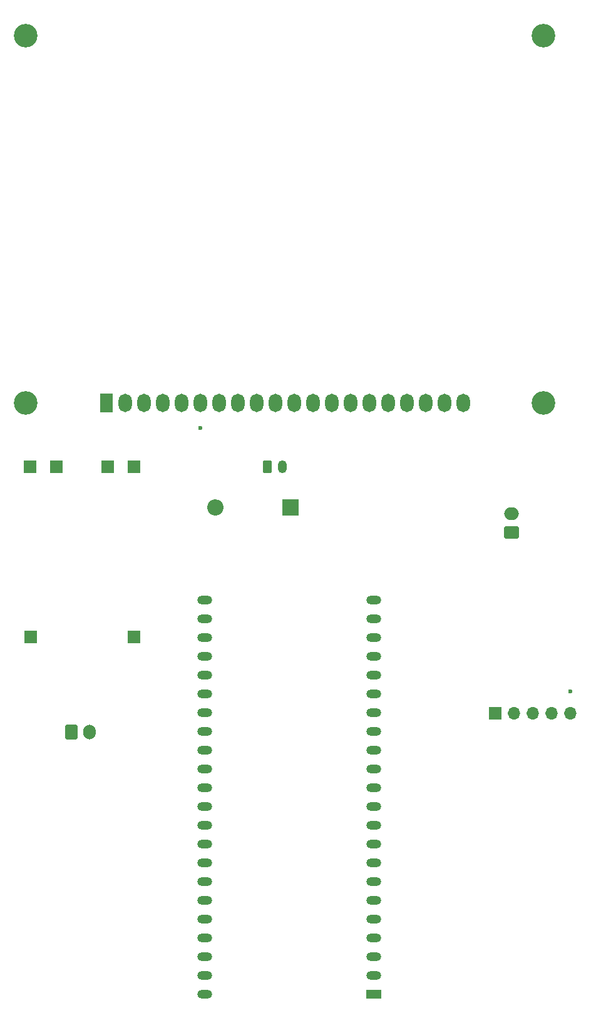
<source format=gts>
G04 #@! TF.GenerationSoftware,KiCad,Pcbnew,8.0.8*
G04 #@! TF.CreationDate,2025-02-11T14:36:37+01:00*
G04 #@! TF.ProjectId,dmp,646d702e-6b69-4636-9164-5f7063625858,rev?*
G04 #@! TF.SameCoordinates,Original*
G04 #@! TF.FileFunction,Soldermask,Top*
G04 #@! TF.FilePolarity,Negative*
%FSLAX46Y46*%
G04 Gerber Fmt 4.6, Leading zero omitted, Abs format (unit mm)*
G04 Created by KiCad (PCBNEW 8.0.8) date 2025-02-11 14:36:37*
%MOMM*%
%LPD*%
G01*
G04 APERTURE LIST*
G04 Aperture macros list*
%AMRoundRect*
0 Rectangle with rounded corners*
0 $1 Rounding radius*
0 $2 $3 $4 $5 $6 $7 $8 $9 X,Y pos of 4 corners*
0 Add a 4 corners polygon primitive as box body*
4,1,4,$2,$3,$4,$5,$6,$7,$8,$9,$2,$3,0*
0 Add four circle primitives for the rounded corners*
1,1,$1+$1,$2,$3*
1,1,$1+$1,$4,$5*
1,1,$1+$1,$6,$7*
1,1,$1+$1,$8,$9*
0 Add four rect primitives between the rounded corners*
20,1,$1+$1,$2,$3,$4,$5,0*
20,1,$1+$1,$4,$5,$6,$7,0*
20,1,$1+$1,$6,$7,$8,$9,0*
20,1,$1+$1,$8,$9,$2,$3,0*%
G04 Aperture macros list end*
%ADD10R,1.700000X1.700000*%
%ADD11O,1.700000X1.700000*%
%ADD12RoundRect,0.250000X-0.600000X-0.750000X0.600000X-0.750000X0.600000X0.750000X-0.600000X0.750000X0*%
%ADD13O,1.700000X2.000000*%
%ADD14R,2.000000X1.200000*%
%ADD15O,2.000000X1.200000*%
%ADD16C,3.200000*%
%ADD17R,1.800000X2.500000*%
%ADD18O,1.800000X2.500000*%
%ADD19RoundRect,0.250000X0.750000X-0.600000X0.750000X0.600000X-0.750000X0.600000X-0.750000X-0.600000X0*%
%ADD20O,2.000000X1.700000*%
%ADD21R,2.200000X2.200000*%
%ADD22O,2.200000X2.200000*%
%ADD23RoundRect,0.250000X-0.350000X-0.625000X0.350000X-0.625000X0.350000X0.625000X-0.350000X0.625000X0*%
%ADD24O,1.200000X1.750000*%
%ADD25C,0.600000*%
G04 APERTURE END LIST*
D10*
X155340000Y-114860000D03*
D11*
X157880000Y-114860000D03*
X160420000Y-114860000D03*
X162960000Y-114860000D03*
X165500000Y-114860000D03*
D12*
X97980000Y-117360000D03*
D13*
X100480000Y-117360000D03*
D14*
X138860000Y-152840000D03*
D15*
X138860000Y-150300000D03*
X138860000Y-147760000D03*
X138860000Y-145220000D03*
X138860000Y-142680000D03*
X138860000Y-140140000D03*
X138860000Y-137600000D03*
X138860000Y-135060000D03*
X138860000Y-132520000D03*
X138860000Y-129980000D03*
X138860000Y-127440000D03*
X138860000Y-124900000D03*
X138860000Y-122360000D03*
X138860000Y-119820000D03*
X138860000Y-117280000D03*
X138860000Y-114740000D03*
X138860000Y-112200000D03*
X138860000Y-109660000D03*
X138860000Y-107120000D03*
X138863680Y-104582720D03*
X138863680Y-102042720D03*
X138863680Y-99502720D03*
X116000000Y-99500000D03*
X116000000Y-102040000D03*
X116000000Y-104580000D03*
X116000000Y-107120000D03*
X116000000Y-109660000D03*
X116000000Y-112200000D03*
X116000000Y-114740000D03*
X116000000Y-117280000D03*
X116000000Y-119820000D03*
X116000000Y-122360000D03*
X116000000Y-124900000D03*
X116000000Y-127440000D03*
X116000000Y-129980000D03*
X116000000Y-132520000D03*
X116000000Y-135060000D03*
X116000000Y-137600000D03*
X116000000Y-140140000D03*
X116000000Y-142680000D03*
X116000000Y-145220000D03*
X116000000Y-147760000D03*
X116000000Y-150300000D03*
X116000000Y-152840000D03*
D16*
X91850000Y-72860000D03*
X161850000Y-72860000D03*
X91850000Y-23160000D03*
X161850000Y-23160000D03*
D17*
X102720000Y-72860000D03*
D18*
X105260000Y-72860000D03*
X107800000Y-72860000D03*
X110340000Y-72860000D03*
X112880000Y-72860000D03*
X115420000Y-72860000D03*
X117960000Y-72860000D03*
X120500000Y-72860000D03*
X123040000Y-72860000D03*
X125580000Y-72860000D03*
X128120000Y-72860000D03*
X130660000Y-72860000D03*
X133200000Y-72860000D03*
X135740000Y-72860000D03*
X138280000Y-72860000D03*
X140820000Y-72860000D03*
X143360000Y-72860000D03*
X145900000Y-72860000D03*
X148440000Y-72860000D03*
X150980000Y-72860000D03*
D10*
X102900000Y-81500000D03*
X92500000Y-104500000D03*
X106500000Y-104500000D03*
X106500000Y-81500000D03*
D19*
X157480000Y-90360000D03*
D20*
X157480000Y-87860000D03*
D21*
X127660000Y-87000000D03*
D22*
X117500000Y-87000000D03*
D10*
X96000000Y-81500000D03*
X92400000Y-81500000D03*
D23*
X124500000Y-81500000D03*
D24*
X126500000Y-81500000D03*
D25*
X115400000Y-76200000D03*
X165500000Y-111900000D03*
M02*

</source>
